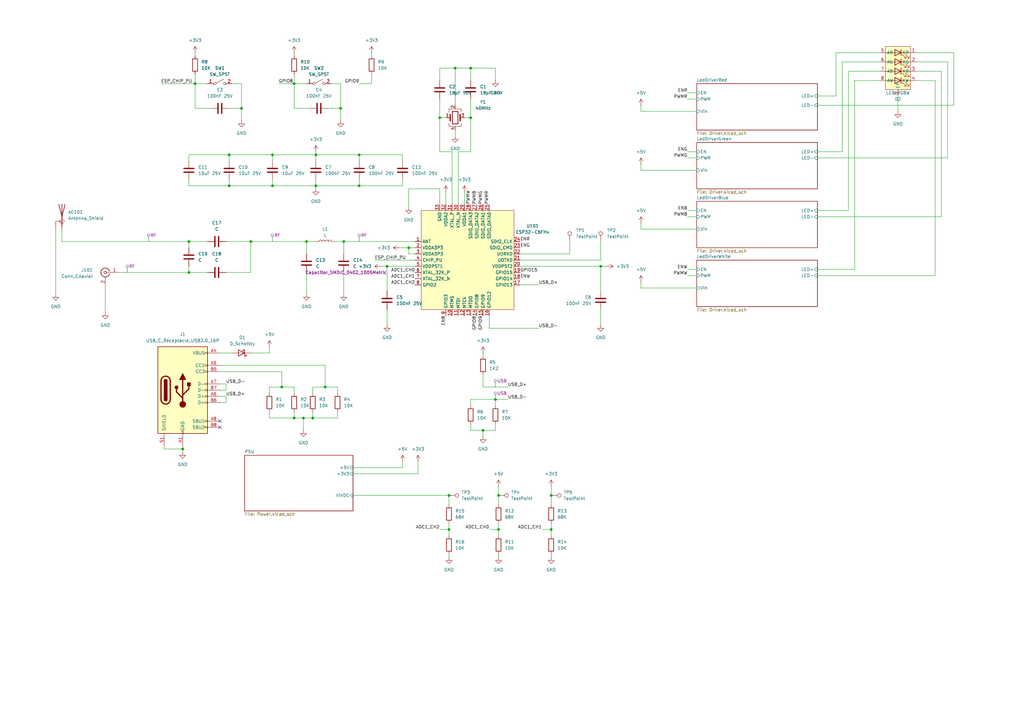
<source format=kicad_sch>
(kicad_sch (version 20250114) (generator "eeschema") (generator_version "9.0")
  (paper "A3")
  (lib_symbols
    (symbol "1CustomSymbols:LED_RGBW_8P"
      (property "Reference" "D" (at 0 12.446 0))
      (property "Value" "LED_RGBW" (at -0.508 10.414 0))
      (symbol "LED_RGBW_8P_1_1"
        (pin passive line (at -7.62 6.35 0) (length 2.54) (name "KR") (number "1"))
        (pin passive line (at -7.62 2.54 0) (length 2.54) (name "KG") (number "2"))
        (pin passive line (at -7.62 -1.27 0) (length 2.54) (name "KB") (number "3"))
        (pin passive line (at -7.62 -5.08 0) (length 2.54) (name "KW") (number "4"))
        (pin input line (at 0 -11.43 90) (length 2.54) (name "EP") (number "9"))
        (pin passive line (at 7.62 6.35 180) (length 2.54) (name "AR") (number "5"))
        (pin passive line (at 7.62 2.54 180) (length 2.54) (name "AG") (number "6"))
        (pin passive line (at 7.62 -1.27 180) (length 2.54) (name "AB") (number "7"))
        (pin passive line (at 7.62 -5.08 180) (length 2.54) (name "AW") (number "8"))
      )
    )
    (symbol "Connector:Conn_Coaxial" (pin_names (offset 1.016) (hide yes))
      (property "Reference" "J" (at 0.254 3.048 0))
      (property "Value" "Conn_Coaxial" (at 2.921 0 90))
      (symbol "Conn_Coaxial_1_1"
        (pin passive line (at -5.08 0 0) (length 2.54) (name "In") (number "1"))
        (pin passive line (at 0 -5.08 90) (length 2.54) (name "Ext") (number "2"))
      )
    )
    (symbol "Connector:TestPoint" (pin_numbers (hide yes)) (pin_names (offset 0.762) (hide yes))
      (property "Reference" "TP" (at 0 6.858 0))
      (property "Value" "TestPoint" (at 0 5.08 0))
      (symbol "TestPoint_1_1"
        (pin passive line (at 0 0 90) (length 2.54) (name "1") (number "1"))
      )
    )
    (symbol "Connector:USB_C_Receptacle_USB2.0_16P" (pin_names (offset 1.016))
      (property "Reference" "J" (at 0 22.225 0))
      (property "Value" "USB_C_Receptacle_USB2.0_16P" (at 0 19.685 0))
      (symbol "USB_C_Receptacle_USB2.0_16P_1_1"
        (pin passive line (at -7.62 -22.86 90) (length 5.08) (name "SHIELD") (number "S1"))
        (pin passive line (at 0 -22.86 90) (length 5.08) (name "GND") (number "A1"))
        (pin passive line (at 0 -22.86 90) (length 5.08) (hide yes) (name "GND") (number "A12"))
        (pin passive line (at 0 -22.86 90) (length 5.08) (hide yes) (name "GND") (number "B1"))
        (pin passive line (at 0 -22.86 90) (length 5.08) (hide yes) (name "GND") (number "B12"))
        (pin passive line (at 15.24 15.24 180) (length 5.08) (name "VBUS") (number "A4"))
        (pin passive line (at 15.24 15.24 180) (length 5.08) (hide yes) (name "VBUS") (number "A9"))
        (pin passive line (at 15.24 15.24 180) (length 5.08) (hide yes) (name "VBUS") (number "B4"))
        (pin passive line (at 15.24 15.24 180) (length 5.08) (hide yes) (name "VBUS") (number "B9"))
        (pin bidirectional line (at 15.24 10.16 180) (length 5.08) (name "CC1") (number "A5"))
        (pin bidirectional line (at 15.24 7.62 180) (length 5.08) (name "CC2") (number "B5"))
        (pin bidirectional line (at 15.24 2.54 180) (length 5.08) (name "D-") (number "A7"))
        (pin bidirectional line (at 15.24 0 180) (length 5.08) (name "D-") (number "B7"))
        (pin bidirectional line (at 15.24 -2.54 180) (length 5.08) (name "D+") (number "A6"))
        (pin bidirectional line (at 15.24 -5.08 180) (length 5.08) (name "D+") (number "B6"))
        (pin bidirectional line (at 15.24 -12.7 180) (length 5.08) (name "SBU1") (number "A8"))
        (pin bidirectional line (at 15.24 -15.24 180) (length 5.08) (name "SBU2") (number "B8"))
      )
    )
    (symbol "Device:Antenna_Shield" (pin_numbers (hide yes)) (pin_names (offset 1.016) (hide yes))
      (property "Reference" "AE" (at -1.905 4.445 0))
      (property "Value" "Antenna_Shield" (at -1.905 2.54 0))
      (symbol "Antenna_Shield_1_1"
        (pin input line (at 0 -5.08 90) (length 2.54) (name "A") (number "1"))
        (pin input line (at 2.54 -5.08 90) (length 2.54) (name "Shield") (number "2"))
      )
    )
    (symbol "Device:C" (pin_numbers (hide yes)) (pin_names (offset 0.254))
      (property "Reference" "C" (at 0.635 2.54 0))
      (property "Value" "C" (at 0.635 -2.54 0))
      (symbol "C_1_1"
        (pin passive line (at 0 3.81 270) (length 2.794) (name "~") (number "1"))
        (pin passive line (at 0 -3.81 90) (length 2.794) (name "~") (number "2"))
      )
    )
    (symbol "Device:Crystal_GND24" (pin_names (offset 1.016) (hide yes))
      (property "Reference" "Y" (at 3.175 5.08 0))
      (property "Value" "Crystal_GND24" (at 3.175 3.175 0))
      (symbol "Crystal_GND24_1_1"
        (pin passive line (at -3.81 0 0) (length 1.27) (name "1") (number "1"))
        (pin passive line (at 0 5.08 270) (length 1.27) (name "2") (number "2"))
        (pin passive line (at 0 -5.08 90) (length 1.27) (name "4") (number "4"))
        (pin passive line (at 3.81 0 180) (length 1.27) (name "3") (number "3"))
      )
    )
    (symbol "Device:D_Schottky" (pin_numbers (hide yes)) (pin_names (offset 1.016) (hide yes))
      (property "Reference" "D" (at 0 2.54 0))
      (property "Value" "D_Schottky" (at 0 -2.54 0))
      (symbol "D_Schottky_1_1"
        (pin passive line (at -3.81 0 0) (length 2.54) (name "K") (number "1"))
        (pin passive line (at 3.81 0 180) (length 2.54) (name "A") (number "2"))
      )
    )
    (symbol "Device:L" (pin_numbers (hide yes)) (pin_names (offset 1.016) (hide yes))
      (property "Reference" "L" (at -1.27 0 90))
      (property "Value" "L" (at 1.905 0 90))
      (symbol "L_1_1"
        (pin passive line (at 0 3.81 270) (length 1.27) (name "1") (number "1"))
        (pin passive line (at 0 -3.81 90) (length 1.27) (name "2") (number "2"))
      )
    )
    (symbol "Device:R" (pin_numbers (hide yes)) (pin_names (offset 0))
      (property "Reference" "R" (at 2.032 0 90))
      (property "Value" "R" (at 0 0 90))
      (symbol "R_1_1"
        (pin passive line (at 0 3.81 270) (length 1.27) (name "~") (number "1"))
        (pin passive line (at 0 -3.81 90) (length 1.27) (name "~") (number "2"))
      )
    )
    (symbol "Switch:SW_SPST" (pin_names (offset 0) (hide yes))
      (property "Reference" "SW" (at 0 3.175 0))
      (property "Value" "SW_SPST" (at 0 -2.54 0))
      (symbol "SW_SPST_1_1"
        (pin passive line (at -5.08 0 0) (length 2.54) (name "A") (number "1"))
        (pin passive line (at 5.08 0 180) (length 2.54) (name "B") (number "2"))
      )
    )
    (symbol "customFootprints:ESP32-C6FHx"
      (property "Reference" "U" (at -21.59 7.62 0))
      (property "Value" "ESP32-C6FHx" (at 0 0 0))
      (symbol "ESP32-C6FHx_0_0"
        (pin bidirectional line (at -21.59 7.62 0) (length 2.54) (name "ANT") (number "1"))
        (pin power_in line (at -21.59 5.08 0) (length 2.54) (name "VDDA3P3") (number "2"))
        (pin power_in line (at -21.59 2.54 0) (length 2.54) (name "VDDA3P3") (number "3"))
        (pin input line (at -21.59 0 0) (length 2.54) (name "CHIP_PU") (number "4"))
        (pin power_in line (at -21.59 -2.54 0) (length 2.54) (name "VDDPST1") (number "5"))
        (pin passive line (at -21.59 -5.08 0) (length 2.54) (name "XTAL_32K_P") (number "6"))
        (pin passive line (at -21.59 -7.62 0) (length 2.54) (name "XTAL_32K_N") (number "7"))
        (pin bidirectional line (at -21.59 -10.16 0) (length 2.54) (name "GPIO2") (number "8"))
        (pin power_in line (at -11.43 22.86 270) (length 2.54) (name "GND") (number "33"))
        (pin power_in line (at -8.89 22.86 270) (length 2.54) (name "VDDA2") (number "32"))
        (pin bidirectional line (at -8.89 -22.86 90) (length 2.54) (name "GPIO3") (number "9"))
        (pin passive line (at -6.35 22.86 270) (length 2.54) (name "XTAL_P") (number "31"))
        (pin bidirectional line (at -6.35 -22.86 90) (length 2.54) (name "MTMS") (number "10"))
        (pin passive line (at -3.81 22.86 270) (length 2.54) (name "XTAL_N") (number "30"))
        (pin bidirectional line (at -3.81 -22.86 90) (length 2.54) (name "MTDI") (number "11"))
        (pin power_in line (at -1.27 22.86 270) (length 2.54) (name "VDDA1") (number "29"))
        (pin bidirectional line (at -1.27 -22.86 90) (length 2.54) (name "MTCk") (number "12"))
        (pin bidirectional line (at 1.27 22.86 270) (length 2.54) (name "SDIO_DATA3") (number "28"))
        (pin bidirectional line (at 1.27 -22.86 90) (length 2.54) (name "MTDO") (number "13"))
        (pin bidirectional line (at 3.81 22.86 270) (length 2.54) (name "SDIO_DATA2") (number "27"))
        (pin bidirectional line (at 3.81 -22.86 90) (length 2.54) (name "GPIO8") (number "14"))
        (pin bidirectional line (at 6.35 22.86 270) (length 2.54) (name "SDIO_DATA1") (number "26"))
        (pin bidirectional line (at 6.35 -22.86 90) (length 2.54) (name "GPIO9") (number "15"))
        (pin bidirectional line (at 8.89 22.86 270) (length 2.54) (name "SDIO_DATA0") (number "25"))
        (pin bidirectional line (at 8.89 -22.86 90) (length 2.54) (name "GPIO12") (number "16"))
        (pin bidirectional line (at 21.59 7.62 180) (length 2.54) (name "SDIO_CLK") (number "24"))
        (pin bidirectional line (at 21.59 5.08 180) (length 2.54) (name "SDIO_CMD") (number "23"))
        (pin input line (at 21.59 2.54 180) (length 2.54) (name "UORXD") (number "22"))
        (pin output line (at 21.59 0 180) (length 2.54) (name "UOTXD") (number "21"))
        (pin power_in line (at 21.59 -2.54 180) (length 2.54) (name "VDDPST2") (number "20"))
        (pin bidirectional line (at 21.59 -5.08 180) (length 2.54) (name "GPIO15") (number "19"))
        (pin bidirectional line (at 21.59 -7.62 180) (length 2.54) (name "GPIO14") (number "18"))
        (pin bidirectional line (at 21.59 -10.16 180) (length 2.54) (name "GPIO13") (number "17"))
      )
    )
    (symbol "power:+3V3" (power) (pin_numbers (hide yes)) (pin_names (offset 0) (hide yes))
      (property "Value" "+3V3" (at 0 3.556 0))
      (symbol "+3V3_1_1"
        (pin power_in line (at 0 0 90) (length 0) (name "~") (number "1"))
      )
    )
    (symbol "power:+5V" (power) (pin_numbers (hide yes)) (pin_names (offset 0) (hide yes))
      (property "Value" "+5V" (at 0 3.556 0))
      (symbol "+5V_1_1"
        (pin power_in line (at 0 0 90) (length 0) (name "~") (number "1"))
      )
    )
    (symbol "power:GND" (power) (pin_numbers (hide yes)) (pin_names (offset 0) (hide yes))
      (property "Value" "GND" (at 0 -3.81 0))
      (symbol "GND_1_1"
        (pin power_in line (at 0 0 270) (length 0) (name "~") (number "1"))
      )
    )
  )
  (junction (at 74.93 184.15))
  (junction (at 129.54 76.2))
  (junction (at 133.35 158.75))
  (junction (at 226.06 203.2))
  (junction (at 80.01 34.29))
  (junction (at 204.47 203.2))
  (junction (at 120.65 171.45))
  (junction (at 125.73 99.06))
  (junction (at 120.65 34.29))
  (junction (at 158.75 109.22))
  (junction (at 139.7 44.45))
  (junction (at 93.98 76.2))
  (junction (at 193.04 48.26))
  (junction (at 99.06 44.45))
  (junction (at 111.76 63.5))
  (junction (at 226.06 217.17))
  (junction (at 115.57 158.75))
  (junction (at 77.47 99.06))
  (junction (at 102.87 99.06))
  (junction (at 184.15 217.17))
  (junction (at 129.54 63.5))
  (junction (at 147.32 76.2))
  (junction (at 77.47 111.76))
  (junction (at 193.04 27.94))
  (junction (at 111.76 76.2))
  (junction (at 184.15 203.2))
  (junction (at 128.27 171.45))
  (junction (at 204.47 217.17))
  (junction (at 124.46 171.45))
  (junction (at 147.32 63.5))
  (junction (at 140.97 99.06))
  (junction (at 246.38 109.22))
  (junction (at 180.34 48.26))
  (junction (at 167.64 101.6))
  (junction (at 93.98 63.5))
  (junction (at 186.69 27.94))
  (junction (at 198.12 176.53))
  (junction (at 203.2 163.83))
  (no_connect (at 90.17 175.26))
  (no_connect (at 90.17 172.72))
  (wire (pts (xy 281.94 38.1) (xy 285.75 38.1)))
  (wire (pts (xy 124.46 176.53) (xy 124.46 171.45)))
  (wire (pts (xy 193.04 176.53) (xy 193.04 173.99)))
  (wire (pts (xy 120.65 171.45) (xy 124.46 171.45)))
  (wire (pts (xy 133.35 149.86) (xy 133.35 158.75)))
  (wire (pts (xy 125.73 99.06) (xy 129.54 99.06)))
  (wire (pts (xy 213.36 116.84) (xy 220.98 116.84)))
  (wire (pts (xy 335.28 64.77) (xy 388.62 64.77)))
  (wire (pts (xy 92.71 160.02) (xy 90.17 160.02)))
  (wire (pts (xy 222.25 217.17) (xy 226.06 217.17)))
  (wire (pts (xy 67.31 182.88) (xy 67.31 184.15)))
  (wire (pts (xy 128.27 158.75) (xy 133.35 158.75)))
  (wire (pts (xy 115.57 158.75) (xy 120.65 158.75)))
  (wire (pts (xy 165.1 73.66) (xy 165.1 76.2)))
  (wire (pts (xy 391.16 43.18) (xy 335.28 43.18)))
  (wire (pts (xy 193.04 27.94) (xy 193.04 33.02)))
  (wire (pts (xy 248.92 109.22) (xy 246.38 109.22)))
  (wire (pts (xy 375.92 21.59) (xy 391.16 21.59)))
  (wire (pts (xy 383.54 113.03) (xy 383.54 33.02)))
  (wire (pts (xy 153.67 106.68) (xy 170.18 106.68)))
  (wire (pts (xy 262.89 67.31) (xy 262.89 69.85)))
  (wire (pts (xy 203.2 176.53) (xy 198.12 176.53)))
  (wire (pts (xy 246.38 119.38) (xy 246.38 109.22)))
  (wire (pts (xy 246.38 106.68) (xy 213.36 106.68)))
  (wire (pts (xy 203.2 27.94) (xy 193.04 27.94)))
  (wire (pts (xy 193.04 40.64) (xy 193.04 48.26)))
  (wire (pts (xy 120.65 44.45) (xy 120.65 34.29)))
  (wire (pts (xy 180.34 40.64) (xy 180.34 48.26)))
  (wire (pts (xy 342.9 21.59) (xy 360.68 21.59)))
  (wire (pts (xy 187.96 62.23) (xy 193.04 62.23)))
  (wire (pts (xy 144.78 203.2) (xy 184.15 203.2)))
  (wire (pts (xy 386.08 88.9) (xy 386.08 29.21)))
  (wire (pts (xy 111.76 63.5) (xy 129.54 63.5)))
  (wire (pts (xy 67.31 184.15) (xy 74.93 184.15)))
  (wire (pts (xy 80.01 44.45) (xy 80.01 34.29)))
  (wire (pts (xy 226.06 199.39) (xy 226.06 203.2)))
  (wire (pts (xy 139.7 34.29) (xy 139.7 44.45)))
  (wire (pts (xy 262.89 45.72) (xy 262.89 43.18)))
  (wire (pts (xy 170.18 101.6) (xy 167.64 101.6)))
  (wire (pts (xy 90.17 144.78) (xy 95.25 144.78)))
  (wire (pts (xy 185.42 83.82) (xy 185.42 62.23)))
  (wire (pts (xy 77.47 99.06) (xy 77.47 101.6)))
  (wire (pts (xy 180.34 33.02) (xy 180.34 27.94)))
  (wire (pts (xy 111.76 63.5) (xy 111.76 66.04)))
  (wire (pts (xy 140.97 111.76) (xy 140.97 120.65)))
  (wire (pts (xy 335.28 113.03) (xy 383.54 113.03)))
  (wire (pts (xy 208.28 163.83) (xy 203.2 163.83)))
  (wire (pts (xy 347.98 29.21) (xy 360.68 29.21)))
  (wire (pts (xy 138.43 171.45) (xy 138.43 168.91)))
  (wire (pts (xy 111.76 76.2) (xy 111.76 73.66)))
  (wire (pts (xy 110.49 171.45) (xy 110.49 168.91)))
  (wire (pts (xy 171.45 189.23) (xy 171.45 194.31)))
  (wire (pts (xy 391.16 21.59) (xy 391.16 43.18)))
  (wire (pts (xy 92.71 165.1) (xy 90.17 165.1)))
  (wire (pts (xy 102.87 99.06) (xy 102.87 111.76)))
  (wire (pts (xy 120.65 30.48) (xy 120.65 34.29)))
  (wire (pts (xy 226.06 214.63) (xy 226.06 217.17)))
  (wire (pts (xy 200.66 129.54) (xy 200.66 134.62)))
  (wire (pts (xy 350.52 33.02) (xy 360.68 33.02)))
  (wire (pts (xy 120.65 171.45) (xy 120.65 168.91)))
  (wire (pts (xy 167.64 104.14) (xy 170.18 104.14)))
  (wire (pts (xy 128.27 158.75) (xy 128.27 161.29)))
  (wire (pts (xy 48.26 111.76) (xy 77.47 111.76)))
  (wire (pts (xy 204.47 217.17) (xy 204.47 219.71)))
  (wire (pts (xy 147.32 63.5) (xy 147.32 66.04)))
  (wire (pts (xy 90.17 149.86) (xy 133.35 149.86)))
  (wire (pts (xy 156.21 109.22) (xy 158.75 109.22)))
  (wire (pts (xy 99.06 34.29) (xy 99.06 44.45)))
  (wire (pts (xy 102.87 99.06) (xy 125.73 99.06)))
  (wire (pts (xy 186.69 53.34) (xy 186.69 55.88)))
  (wire (pts (xy 125.73 99.06) (xy 125.73 104.14)))
  (wire (pts (xy 134.62 44.45) (xy 139.7 44.45)))
  (wire (pts (xy 137.16 99.06) (xy 140.97 99.06)))
  (wire (pts (xy 262.89 69.85) (xy 285.75 69.85)))
  (wire (pts (xy 198.12 176.53) (xy 193.04 176.53)))
  (wire (pts (xy 92.71 162.56) (xy 92.71 165.1)))
  (wire (pts (xy 66.04 34.29) (xy 80.01 34.29)))
  (wire (pts (xy 77.47 109.22) (xy 77.47 111.76)))
  (wire (pts (xy 213.36 109.22) (xy 246.38 109.22)))
  (wire (pts (xy 193.04 163.83) (xy 193.04 166.37)))
  (wire (pts (xy 203.2 173.99) (xy 203.2 176.53)))
  (wire (pts (xy 180.34 48.26) (xy 180.34 62.23)))
  (wire (pts (xy 203.2 163.83) (xy 203.2 166.37)))
  (wire (pts (xy 204.47 214.63) (xy 204.47 217.17)))
  (wire (pts (xy 388.62 64.77) (xy 388.62 25.4)))
  (wire (pts (xy 285.75 93.98) (xy 262.89 93.98)))
  (wire (pts (xy 147.32 76.2) (xy 147.32 73.66)))
  (wire (pts (xy 144.78 191.77) (xy 165.1 191.77)))
  (wire (pts (xy 77.47 63.5) (xy 93.98 63.5)))
  (wire (pts (xy 167.64 101.6) (xy 167.64 104.14)))
  (wire (pts (xy 193.04 62.23) (xy 193.04 48.26)))
  (wire (pts (xy 95.25 34.29) (xy 99.06 34.29)))
  (wire (pts (xy 185.42 62.23) (xy 180.34 62.23)))
  (wire (pts (xy 281.94 40.64) (xy 285.75 40.64)))
  (wire (pts (xy 135.89 34.29) (xy 139.7 34.29)))
  (wire (pts (xy 93.98 76.2) (xy 93.98 73.66)))
  (wire (pts (xy 43.18 116.84) (xy 43.18 128.27)))
  (wire (pts (xy 190.5 78.74) (xy 190.5 83.82)))
  (wire (pts (xy 120.65 21.59) (xy 120.65 22.86)))
  (wire (pts (xy 158.75 119.38) (xy 158.75 109.22)))
  (wire (pts (xy 226.06 217.17) (xy 226.06 219.71)))
  (wire (pts (xy 165.1 66.04) (xy 165.1 63.5)))
  (wire (pts (xy 93.98 76.2) (xy 111.76 76.2)))
  (wire (pts (xy 180.34 48.26) (xy 182.88 48.26)))
  (wire (pts (xy 187.96 83.82) (xy 187.96 62.23)))
  (wire (pts (xy 133.35 158.75) (xy 138.43 158.75)))
  (wire (pts (xy 281.94 110.49) (xy 285.75 110.49)))
  (wire (pts (xy 77.47 73.66) (xy 77.47 76.2)))
  (wire (pts (xy 368.3 39.37) (xy 368.3 45.72)))
  (wire (pts (xy 125.73 111.76) (xy 125.73 120.65)))
  (wire (pts (xy 165.1 76.2) (xy 147.32 76.2)))
  (wire (pts (xy 129.54 76.2) (xy 147.32 76.2)))
  (wire (pts (xy 281.94 62.23) (xy 285.75 62.23)))
  (wire (pts (xy 193.04 48.26) (xy 190.5 48.26)))
  (wire (pts (xy 342.9 39.37) (xy 342.9 21.59)))
  (wire (pts (xy 111.76 76.2) (xy 129.54 76.2)))
  (wire (pts (xy 198.12 144.78) (xy 198.12 146.05)))
  (wire (pts (xy 74.93 182.88) (xy 74.93 184.15)))
  (wire (pts (xy 114.3 34.29) (xy 120.65 34.29)))
  (wire (pts (xy 208.28 158.75) (xy 198.12 158.75)))
  (wire (pts (xy 347.98 86.36) (xy 347.98 29.21)))
  (wire (pts (xy 129.54 63.5) (xy 129.54 66.04)))
  (wire (pts (xy 204.47 203.2) (xy 204.47 207.01)))
  (wire (pts (xy 74.93 184.15) (xy 74.93 185.42)))
  (wire (pts (xy 200.66 134.62) (xy 220.98 134.62)))
  (wire (pts (xy 147.32 34.29) (xy 152.4 34.29)))
  (wire (pts (xy 120.65 34.29) (xy 125.73 34.29)))
  (wire (pts (xy 165.1 63.5) (xy 147.32 63.5)))
  (wire (pts (xy 281.94 64.77) (xy 285.75 64.77)))
  (wire (pts (xy 92.71 111.76) (xy 102.87 111.76)))
  (wire (pts (xy 22.86 93.98) (xy 22.86 120.65)))
  (wire (pts (xy 180.34 217.17) (xy 184.15 217.17)))
  (wire (pts (xy 92.71 157.48) (xy 92.71 160.02)))
  (wire (pts (xy 345.44 62.23) (xy 345.44 25.4)))
  (wire (pts (xy 246.38 127) (xy 246.38 133.35)))
  (wire (pts (xy 388.62 25.4) (xy 375.92 25.4)))
  (wire (pts (xy 281.94 88.9) (xy 285.75 88.9)))
  (wire (pts (xy 285.75 45.72) (xy 262.89 45.72)))
  (wire (pts (xy 335.28 88.9) (xy 386.08 88.9)))
  (wire (pts (xy 25.4 99.06) (xy 77.47 99.06)))
  (wire (pts (xy 85.09 99.06) (xy 77.47 99.06)))
  (wire (pts (xy 152.4 21.59) (xy 152.4 22.86)))
  (wire (pts (xy 281.94 86.36) (xy 285.75 86.36)))
  (wire (pts (xy 180.34 77.47) (xy 167.64 77.47)))
  (wire (pts (xy 102.87 144.78) (xy 110.49 144.78)))
  (wire (pts (xy 163.83 101.6) (xy 167.64 101.6)))
  (wire (pts (xy 158.75 127) (xy 158.75 133.35)))
  (wire (pts (xy 186.69 27.94) (xy 193.04 27.94)))
  (wire (pts (xy 246.38 99.06) (xy 246.38 106.68)))
  (wire (pts (xy 93.98 63.5) (xy 111.76 63.5)))
  (wire (pts (xy 120.65 158.75) (xy 120.65 161.29)))
  (wire (pts (xy 262.89 93.98) (xy 262.89 91.44)))
  (wire (pts (xy 144.78 194.31) (xy 171.45 194.31)))
  (wire (pts (xy 138.43 158.75) (xy 138.43 161.29)))
  (wire (pts (xy 99.06 44.45) (xy 99.06 49.53)))
  (wire (pts (xy 281.94 113.03) (xy 285.75 113.03)))
  (wire (pts (xy 128.27 171.45) (xy 128.27 168.91)))
  (wire (pts (xy 226.06 227.33) (xy 226.06 228.6)))
  (wire (pts (xy 124.46 171.45) (xy 128.27 171.45)))
  (wire (pts (xy 203.2 163.83) (xy 193.04 163.83)))
  (wire (pts (xy 110.49 158.75) (xy 115.57 158.75)))
  (wire (pts (xy 184.15 214.63) (xy 184.15 217.17)))
  (wire (pts (xy 383.54 33.02) (xy 375.92 33.02)))
  (wire (pts (xy 186.69 27.94) (xy 186.69 43.18)))
  (wire (pts (xy 226.06 203.2) (xy 226.06 207.01)))
  (wire (pts (xy 93.98 63.5) (xy 93.98 66.04)))
  (wire (pts (xy 129.54 76.2) (xy 129.54 77.47)))
  (wire (pts (xy 335.28 62.23) (xy 345.44 62.23)))
  (wire (pts (xy 204.47 199.39) (xy 204.47 203.2)))
  (wire (pts (xy 86.36 44.45) (xy 80.01 44.45)))
  (wire (pts (xy 140.97 104.14) (xy 140.97 99.06)))
  (wire (pts (xy 180.34 83.82) (xy 180.34 77.47)))
  (wire (pts (xy 77.47 76.2) (xy 93.98 76.2)))
  (wire (pts (xy 110.49 158.75) (xy 110.49 161.29)))
  (wire (pts (xy 80.01 21.59) (xy 80.01 22.86)))
  (wire (pts (xy 25.4 99.06) (xy 25.4 93.98)))
  (wire (pts (xy 110.49 171.45) (xy 120.65 171.45)))
  (wire (pts (xy 350.52 110.49) (xy 350.52 33.02)))
  (wire (pts (xy 198.12 176.53) (xy 198.12 179.07)))
  (wire (pts (xy 165.1 189.23) (xy 165.1 191.77)))
  (wire (pts (xy 90.17 162.56) (xy 92.71 162.56)))
  (wire (pts (xy 129.54 76.2) (xy 129.54 73.66)))
  (wire (pts (xy 80.01 30.48) (xy 80.01 34.29)))
  (wire (pts (xy 184.15 227.33) (xy 184.15 228.6)))
  (wire (pts (xy 115.57 152.4) (xy 115.57 158.75)))
  (wire (pts (xy 335.28 86.36) (xy 347.98 86.36)))
  (wire (pts (xy 128.27 171.45) (xy 138.43 171.45)))
  (wire (pts (xy 129.54 63.5) (xy 147.32 63.5)))
  (wire (pts (xy 233.68 104.14) (xy 233.68 99.06)))
  (wire (pts (xy 204.47 227.33) (xy 204.47 228.6)))
  (wire (pts (xy 184.15 217.17) (xy 184.15 219.71)))
  (wire (pts (xy 167.64 77.47) (xy 167.64 85.09)))
  (wire (pts (xy 213.36 104.14) (xy 233.68 104.14)))
  (wire (pts (xy 77.47 111.76) (xy 85.09 111.76)))
  (wire (pts (xy 335.28 110.49) (xy 350.52 110.49)))
  (wire (pts (xy 203.2 33.02) (xy 203.2 27.94)))
  (wire (pts (xy 184.15 203.2) (xy 184.15 207.01)))
  (wire (pts (xy 262.89 118.11) (xy 262.89 115.57)))
  (wire (pts (xy 198.12 158.75) (xy 198.12 153.67)))
  (wire (pts (xy 77.47 66.04) (xy 77.47 63.5)))
  (wire (pts (xy 80.01 34.29) (xy 85.09 34.29)))
  (wire (pts (xy 140.97 99.06) (xy 170.18 99.06)))
  (wire (pts (xy 152.4 34.29) (xy 152.4 30.48)))
  (wire (pts (xy 285.75 118.11) (xy 262.89 118.11)))
  (wire (pts (xy 375.92 29.21) (xy 386.08 29.21)))
  (wire (pts (xy 93.98 44.45) (xy 99.06 44.45)))
  (wire (pts (xy 90.17 152.4) (xy 115.57 152.4)))
  (wire (pts (xy 92.71 99.06) (xy 102.87 99.06)))
  (wire (pts (xy 335.28 39.37) (xy 342.9 39.37)))
  (wire (pts (xy 129.54 62.23) (xy 129.54 63.5)))
  (wire (pts (xy 182.88 78.74) (xy 182.88 83.82)))
  (wire (pts (xy 90.17 157.48) (xy 92.71 157.48)))
  (wire (pts (xy 139.7 44.45) (xy 139.7 49.53)))
  (wire (pts (xy 158.75 109.22) (xy 170.18 109.22)))
  (wire (pts (xy 110.49 144.78) (xy 110.49 142.24)))
  (wire (pts (xy 345.44 25.4) (xy 360.68 25.4)))
  (wire (pts (xy 200.66 217.17) (xy 204.47 217.17)))
  (wire (pts (xy 180.34 27.94) (xy 186.69 27.94)))
  (wire (pts (xy 127 44.45) (xy 120.65 44.45)))
  (label "GPIO9" (at 147.32 34.29 180))
  (label "ADC1_CH2" (at 180.34 217.17 180))
  (label "ESP_CHIP_PU" (at 66.04 34.29 0))
  (label "GPIO9" (at 198.12 129.54 270))
  (label "USB_D-" (at 220.98 134.62 0))
  (label "GPIO15" (at 213.36 111.76 0))
  (label "ENB" (at 281.94 86.36 180))
  (label "PWMG" (at 281.94 64.77 180))
  (label "ADC1_CH0" (at 170.18 111.76 180))
  (label "PWMW" (at 193.04 83.82 90))
  (label "ENG" (at 213.36 101.6 0))
  (label "ENW" (at 213.36 114.3 0))
  (label "ADC1_CH1" (at 222.25 217.17 180))
  (label "ENW" (at 281.94 110.49 180))
  (label "ENB" (at 182.88 129.54 270))
  (label "USB_D-" (at 92.71 157.48 0))
  (label "PWMB" (at 281.94 88.9 180))
  (label "GPIO8" (at 195.58 129.54 270))
  (label "PWMB" (at 195.58 83.82 90))
  (label "PWMR" (at 281.94 40.64 180))
  (label "USB_D+" (at 208.28 158.75 0))
  (label "ENR" (at 281.94 38.1 180))
  (label "GPIO8" (at 114.3 34.29 0))
  (label "ADC1_CH1" (at 170.18 114.3 180))
  (label "ENG" (at 281.94 62.23 180))
  (label "ESP_CHIP_PU" (at 153.67 106.68 0))
  (label "PWMW" (at 281.94 113.03 180))
  (label "USB_D-" (at 208.28 163.83 0))
  (label "ENR" (at 213.36 99.06 0))
  (label "USB_D+" (at 92.71 162.56 0))
  (label "PWMG" (at 198.12 83.82 90))
  (label "ADC1_CH2" (at 170.18 116.84 180))
  (label "USB_D+" (at 220.98 116.84 0))
  (label "ADC1_CH0" (at 200.66 217.17 180))
  (label "PWMR" (at 200.66 83.82 90))
  (netclass_flag "" (length 2.54) (shape round) (at 52.2035 111.76 0) (property "Netclass" "RF" (at 52.902 109.22 0) (effects (justify left))))
  (netclass_flag "" (length 2.54) (shape round) (at 147.32 99.06 0) (property "Netclass" "RF" (at 148.0185 96.52 0) (effects (justify left))))
  (netclass_flag "" (length 2.54) (shape round) (at 111.76 99.06 0) (property "Netclass" "RF" (at 112.4585 96.52 0) (effects (justify left))))
  (netclass_flag "" (length 2.54) (shape round) (at 203.2 163.83 0) (property "Netclass" "USB" (at 203.8985 161.29 0) (effects (justify left))))
  (netclass_flag "" (length 2.54) (shape round) (at 60.96 99.06 0) (property "Netclass" "RF" (at 61.6585 96.52 0) (effects (justify left))))
  (netclass_flag "" (length 2.54) (shape round) (at 203.2 158.75 0) (property "Netclass" "USB" (at 203.8985 156.21 0) (effects (justify left))))
  (symbol (lib_id "Device:R") (at 204.47 210.82 180) (unit 1)
    (property "Reference" "R12" (at 207.01 209.5499 0) (effects (justify right)))
    (property "Value" "68K" (at 207.01 212.0899 0) (effects (justify right)))
    (property "Footprint" "Resistor_SMD:R_0402_1005Metric" (effects (hide yes)))
    (property "Description" "Resistor" (effects (hide yes)))
  )
  (symbol (lib_id "power:GND") (at 167.64 85.09 0) (unit 1)
    (property "Reference" "#PWR0107" (effects (hide yes)))
    (property "Value" "GND" (at 167.64 90.17 0))
    (property "Description" "Power symbol creates a global label with name \"GND\" , ground" (effects (hide yes)))
  )
  (symbol (lib_id "power:GND") (at 74.93 185.42 0) (unit 1)
    (property "Reference" "#PWR09" (effects (hide yes)))
    (property "Value" "GND" (at 74.93 190.5 0))
    (property "Description" "Power symbol creates a global label with name \"GND\" , ground" (effects (hide yes)))
  )
  (symbol (lib_id "power:+5V") (at 165.1 189.23 0) (unit 1)
    (property "Reference" "#PWR01" (effects (hide yes)))
    (property "Value" "+5V" (at 165.1 184.15 0))
    (property "Description" "Power symbol creates a global label with name \"+5V\"" (effects (hide yes)))
  )
  (symbol (lib_id "Connector:TestPoint") (at 233.68 99.06 0) (unit 1)
    (property "Reference" "TP1" (at 236.22 94.4879 0) (effects (justify left)))
    (property "Value" "TestPoint" (at 236.22 97.0279 0) (effects (justify left)))
    (property "Footprint" "TestPoint:TestPoint_Pad_D1.0mm" (effects (hide yes)))
    (property "Description" "test point" (effects (hide yes)))
  )
  (symbol (lib_id "Device:R") (at 120.65 165.1 180) (unit 1)
    (property "Reference" "R2" (at 123.19 163.8299 0) (effects (justify right)))
    (property "Value" "10K" (at 123.19 166.3699 0) (effects (justify right)))
    (property "Footprint" "Resistor_SMD:R_0402_1005Metric" (effects (hide yes)))
    (property "Description" "Resistor" (effects (hide yes)))
  )
  (symbol (lib_id "Device:C") (at 180.34 36.83 0) (unit 1)
    (property "Reference" "C2" (at 184.15 35.5599 0) (effects (justify left)))
    (property "Value" "18pF 50V" (at 184.15 38.0999 0) (effects (justify left)))
    (property "Footprint" "Capacitor_SMD:C_0402_1005Metric" (effects (hide yes)))
    (property "Description" "Unpolarized capacitor" (effects (hide yes)))
  )
  (symbol (lib_id "Device:C") (at 140.97 107.95 0) (unit 1)
    (property "Reference" "C14" (at 144.78 106.6799 0) (effects (justify left)))
    (property "Value" "C" (at 144.78 109.2199 0) (effects (justify left)))
    (property "Footprint" "Capacitor_SMD:C_0402_1005Metric" (at 141.9352 111.76 0))
    (property "Description" "Unpolarized capacitor" (effects (hide yes)))
  )
  (symbol (lib_id "power:+3V3") (at 171.45 189.23 0) (unit 1)
    (property "Reference" "#PWR02" (effects (hide yes)))
    (property "Value" "+3V3" (at 171.45 184.15 0))
    (property "Description" "Power symbol creates a global label with name \"+3V3\"" (effects (hide yes)))
  )
  (symbol (lib_id "Device:R") (at 184.15 223.52 180) (unit 1)
    (property "Reference" "R16" (at 186.69 222.2499 0) (effects (justify right)))
    (property "Value" "10K" (at 186.69 224.7899 0) (effects (justify right)))
    (property "Footprint" "Resistor_SMD:R_0402_1005Metric" (effects (hide yes)))
    (property "Description" "Resistor" (effects (hide yes)))
  )
  (symbol (lib_id "power:+3V3") (at 248.92 109.22 270) (mirror x) (unit 1)
    (property "Reference" "#PWR024" (effects (hide yes)))
    (property "Value" "+3V3" (at 252.73 109.2199 90) (effects (justify left)))
    (property "Description" "Power symbol creates a global label with name \"+3V3\"" (effects (hide yes)))
  )
  (symbol (lib_id "power:+3V3") (at 163.83 101.6 90) (unit 1)
    (property "Reference" "#PWR011" (effects (hide yes)))
    (property "Value" "+3V3" (at 160.02 101.5999 90) (effects (justify left)))
    (property "Description" "Power symbol creates a global label with name \"+3V3\"" (effects (hide yes)))
  )
  (symbol (lib_id "power:GND") (at 204.47 228.6 0) (unit 1)
    (property "Reference" "#PWR028" (effects (hide yes)))
    (property "Value" "GND" (at 204.47 233.68 0))
    (property "Description" "Power symbol creates a global label with name \"GND\" , ground" (effects (hide yes)))
  )
  (symbol (lib_id "Device:C") (at 125.73 107.95 0) (unit 1)
    (property "Reference" "C13" (at 129.54 106.6799 0) (effects (justify left)))
    (property "Value" "C" (at 129.54 109.2199 0) (effects (justify left)))
    (property "Footprint" "Capacitor_SMD:C_0402_1005Metric" (effects (hide yes)))
    (property "Description" "Unpolarized capacitor" (effects (hide yes)))
  )
  (symbol (lib_id "Connector:TestPoint") (at 204.47 203.2 270) (unit 1)
    (property "Reference" "TP4" (at 209.55 201.9299 90) (effects (justify left)))
    (property "Value" "TestPoint" (at 209.55 204.4699 90) (effects (justify left)))
    (property "Footprint" "TestPoint:TestPoint_Pad_D1.0mm" (effects (hide yes)))
    (property "Description" "test point" (effects (hide yes)))
  )
  (symbol (lib_id "Device:C") (at 158.75 123.19 0) (unit 1)
    (property "Reference" "C5" (at 162.56 121.9199 0) (effects (justify left)))
    (property "Value" "100nF 25V" (at 162.56 124.4599 0) (effects (justify left)))
    (property "Footprint" "Capacitor_SMD:C_0402_1005Metric" (effects (hide yes)))
    (property "Description" "Unpolarized capacitor" (effects (hide yes)))
  )
  (symbol (lib_id "Device:R") (at 110.49 165.1 180) (unit 1)
    (property "Reference" "R1" (at 113.03 163.8299 0) (effects (justify right)))
    (property "Value" "10K" (at 113.03 166.3699 0) (effects (justify right)))
    (property "Footprint" "Resistor_SMD:R_0402_1005Metric" (effects (hide yes)))
    (property "Description" "Resistor" (effects (hide yes)))
  )
  (symbol (lib_id "power:GND") (at 246.38 133.35 0) (mirror y) (unit 1)
    (property "Reference" "#PWR025" (effects (hide yes)))
    (property "Value" "GND" (at 246.38 138.43 0))
    (property "Description" "Power symbol creates a global label with name \"GND\" , ground" (effects (hide yes)))
  )
  (symbol (lib_id "Connector:TestPoint") (at 246.38 99.06 0) (unit 1)
    (property "Reference" "TP2" (at 248.92 94.4879 0) (effects (justify left)))
    (property "Value" "TestPoint" (at 248.92 97.0279 0) (effects (justify left)))
    (property "Footprint" "TestPoint:TestPoint_Pad_D1.0mm" (effects (hide yes)))
    (property "Description" "test point" (effects (hide yes)))
  )
  (symbol (lib_id "power:+3V3") (at 156.21 109.22 90) (unit 1)
    (property "Reference" "#PWR022" (effects (hide yes)))
    (property "Value" "+3V3" (at 152.4 109.2199 90) (effects (justify left)))
    (property "Description" "Power symbol creates a global label with name \"+3V3\"" (effects (hide yes)))
  )
  (symbol (lib_id "power:+3V3") (at 129.54 62.23 0) (unit 1)
    (property "Reference" "#PWR031" (effects (hide yes)))
    (property "Value" "+3V3" (at 129.54 57.15 0))
    (property "Description" "Power symbol creates a global label with name \"+3V3\"" (effects (hide yes)))
  )
  (symbol (lib_id "Device:Crystal_GND24") (at 186.69 48.26 0) (unit 1)
    (property "Reference" "Y1" (at 198.12 41.8398 0))
    (property "Value" "40MHz" (at 198.12 44.3798 0))
    (property "Footprint" "Crystal:Crystal_SMD_3225-4Pin_3.2x2.5mm_HandSoldering" (effects (hide yes)))
    (property "Description" "Four pin crystal, GND on pins 2 and 4" (effects (hide yes)))
    (property "MPN" "C37635388" (effects (hide yes)))
  )
  (symbol (lib_id "Device:C") (at 93.98 69.85 0) (unit 1)
    (property "Reference" "C10" (at 97.79 68.5799 0) (effects (justify left)))
    (property "Value" "10uF 25V" (at 97.79 71.1199 0) (effects (justify left)))
    (property "Footprint" "Capacitor_SMD:C_0805_2012Metric" (effects (hide yes)))
    (property "Description" "Unpolarized capacitor" (effects (hide yes)))
  )
  (symbol (lib_id "power:GND") (at 139.7 49.53 0) (unit 1)
    (property "Reference" "#PWR020" (effects (hide yes)))
    (property "Value" "GND" (at 139.7 54.61 0))
    (property "Description" "Power symbol creates a global label with name \"GND\" , ground" (effects (hide yes)))
  )
  (symbol (lib_id "power:+5V") (at 262.89 67.31 0) (unit 1)
    (property "Reference" "#PWR04" (effects (hide yes)))
    (property "Value" "+5V" (at 262.89 62.23 0))
    (property "Description" "Power symbol creates a global label with name \"+5V\"" (effects (hide yes)))
  )
  (symbol (lib_id "Device:C") (at 77.47 69.85 0) (unit 1)
    (property "Reference" "C11" (at 81.28 68.5799 0) (effects (justify left)))
    (property "Value" "10uF 25V" (at 81.28 71.1199 0) (effects (justify left)))
    (property "Footprint" "Capacitor_SMD:C_0805_2012Metric" (effects (hide yes)))
    (property "Description" "Unpolarized capacitor" (effects (hide yes)))
  )
  (symbol (lib_id "Device:R") (at 138.43 165.1 180) (unit 1)
    (property "Reference" "R4" (at 140.97 163.8299 0) (effects (justify right)))
    (property "Value" "10K" (at 140.97 166.3699 0) (effects (justify right)))
    (property "Footprint" "Resistor_SMD:R_0402_1005Metric" (effects (hide yes)))
    (property "Description" "Resistor" (effects (hide yes)))
  )
  (symbol (lib_id "Device:R") (at 226.06 210.82 180) (unit 1)
    (property "Reference" "R13" (at 228.6 209.5499 0) (effects (justify right)))
    (property "Value" "68K" (at 228.6 212.0899 0) (effects (justify right)))
    (property "Footprint" "Resistor_SMD:R_0402_1005Metric" (effects (hide yes)))
    (property "Description" "Resistor" (effects (hide yes)))
  )
  (symbol (lib_id "power:+5V") (at 204.47 199.39 0) (unit 1)
    (property "Reference" "#PWR026" (effects (hide yes)))
    (property "Value" "+5V" (at 204.47 194.31 0))
    (property "Description" "Power symbol creates a global label with name \"+5V\"" (effects (hide yes)))
  )
  (symbol (lib_id "power:GND") (at 99.06 49.53 0) (unit 1)
    (property "Reference" "#PWR018" (effects (hide yes)))
    (property "Value" "GND" (at 99.06 54.61 0))
    (property "Description" "Power symbol creates a global label with name \"GND\" , ground" (effects (hide yes)))
  )
  (symbol (lib_id "Device:C") (at 90.17 44.45 270) (unit 1)
    (property "Reference" "C3" (at 90.17 36.83 90))
    (property "Value" "100nF 25V" (at 90.17 39.37 90))
    (property "Footprint" "Capacitor_SMD:C_0402_1005Metric" (effects (hide yes)))
    (property "Description" "Unpolarized capacitor" (effects (hide yes)))
  )
  (symbol (lib_id "power:+5V") (at 262.89 43.18 0) (unit 1)
    (property "Reference" "#PWR03" (effects (hide yes)))
    (property "Value" "+5V" (at 262.89 38.1 0))
    (property "Description" "Power symbol creates a global label with name \"+5V\"" (effects (hide yes)))
  )
  (symbol (lib_id "power:GND") (at 198.12 179.07 0) (unit 1)
    (property "Reference" "#PWR012" (effects (hide yes)))
    (property "Value" "GND" (at 198.12 184.15 0))
    (property "Description" "Power symbol creates a global label with name \"GND\" , ground" (effects (hide yes)))
  )
  (symbol (lib_id "Device:R") (at 128.27 165.1 180) (unit 1)
    (property "Reference" "R3" (at 130.81 163.8299 0) (effects (justify right)))
    (property "Value" "10K" (at 130.81 166.3699 0) (effects (justify right)))
    (property "Footprint" "Resistor_SMD:R_0402_1005Metric" (effects (hide yes)))
    (property "Description" "Resistor" (effects (hide yes)))
  )
  (symbol (lib_id "Device:R") (at 203.2 170.18 180) (unit 1)
    (property "Reference" "R7" (at 205.74 168.9099 0) (effects (justify right)))
    (property "Value" "10K" (at 205.74 171.4499 0) (effects (justify right)))
    (property "Footprint" "Resistor_SMD:R_0402_1005Metric" (effects (hide yes)))
    (property "Description" "Resistor" (effects (hide yes)))
  )
  (symbol (lib_id "Switch:SW_SPST") (at 130.81 34.29 0) (unit 1)
    (property "Reference" "SW2" (at 130.81 27.94 0))
    (property "Value" "SW_SPST" (at 130.81 30.48 0))
    (property "Footprint" "1CustomFootprints:TS1101A26025" (effects (hide yes)))
    (property "Description" "Single Pole Single Throw (SPST) switch" (effects (hide yes)))
    (property "MPN" "GT-TC034A-H025-L1NB" (effects (hide yes)))
  )
  (symbol (lib_id "Device:R") (at 120.65 26.67 0) (unit 1)
    (property "Reference" "R10" (at 123.19 25.3999 0) (effects (justify left)))
    (property "Value" "10K" (at 123.19 27.9399 0) (effects (justify left)))
    (property "Footprint" "Resistor_SMD:R_0402_1005Metric" (effects (hide yes)))
    (property "Description" "Resistor" (effects (hide yes)))
  )
  (symbol (lib_id "Device:C") (at 246.38 123.19 0) (mirror y) (unit 1)
    (property "Reference" "C6" (at 242.57 121.9199 0) (effects (justify left)))
    (property "Value" "100nF 25V" (at 242.57 124.4599 0) (effects (justify left)))
    (property "Footprint" "Capacitor_SMD:C_0402_1005Metric" (effects (hide yes)))
    (property "Description" "Unpolarized capacitor" (effects (hide yes)))
  )
  (symbol (lib_id "Device:D_Schottky") (at 99.06 144.78 180) (unit 1)
    (property "Reference" "D1" (at 99.3775 138.43 0))
    (property "Value" "D_Schottky" (at 99.3775 140.97 0))
    (property "Footprint" "Diode_SMD:D_SOD-110" (effects (hide yes)))
    (property "Description" "Schottky diode" (effects (hide yes)))
    (property "MPN" "CUS10S30,H3F" (effects (hide yes)))
  )
  (symbol (lib_id "power:GND") (at 203.2 33.02 0) (unit 1)
    (property "Reference" "#PWR014" (effects (hide yes)))
    (property "Value" "GND" (at 203.2 38.1 0))
    (property "Description" "Power symbol creates a global label with name \"GND\" , ground" (effects (hide yes)))
  )
  (symbol (lib_id "Device:C") (at 77.47 105.41 180) (unit 1)
    (property "Reference" "C19" (at 81.28 104.1399 0) (effects (justify right)))
    (property "Value" "C" (at 81.28 106.6799 0) (effects (justify right)))
    (property "Footprint" "Capacitor_SMD:C_0402_1005Metric" (effects (hide yes)))
    (property "Description" "Unpolarized capacitor" (effects (hide yes)))
  )
  (symbol (lib_id "Connector:TestPoint") (at 184.15 203.2 270) (unit 1)
    (property "Reference" "TP3" (at 189.23 201.9299 90) (effects (justify left)))
    (property "Value" "TestPoint" (at 189.23 204.4699 90) (effects (justify left)))
    (property "Footprint" "TestPoint:TestPoint_Pad_D1.0mm" (effects (hide yes)))
    (property "Description" "test point" (effects (hide yes)))
  )
  (symbol (lib_id "power:GND") (at 186.69 55.88 0) (unit 1)
    (property "Reference" "#PWR013" (effects (hide yes)))
    (property "Value" "GND" (at 186.69 60.96 0))
    (property "Description" "Power symbol creates a global label with name \"GND\" , ground" (effects (hide yes)))
  )
  (symbol (lib_id "Device:C") (at 130.81 44.45 270) (unit 1)
    (property "Reference" "C4" (at 130.81 36.83 90))
    (property "Value" "100nF 25V" (at 130.81 39.37 90))
    (property "Footprint" "Capacitor_SMD:C_0402_1005Metric" (effects (hide yes)))
    (property "Description" "Unpolarized capacitor" (effects (hide yes)))
  )
  (symbol (lib_id "power:GND") (at 124.46 176.53 0) (unit 1)
    (property "Reference" "#PWR07" (effects (hide yes)))
    (property "Value" "GND" (at 124.46 181.61 0))
    (property "Description" "Power symbol creates a global label with name \"GND\" , ground" (effects (hide yes)))
  )
  (symbol (lib_id "power:+3V3") (at 198.12 144.78 0) (unit 1)
    (property "Reference" "#PWR010" (effects (hide yes)))
    (property "Value" "+3V3" (at 198.12 139.7 0))
    (property "Description" "Power symbol creates a global label with name \"+3V3\"" (effects (hide yes)))
  )
  (symbol (lib_id "power:+3V3") (at 226.06 199.39 0) (unit 1)
    (property "Reference" "#PWR027" (effects (hide yes)))
    (property "Value" "+3V3" (at 226.06 194.31 0))
    (property "Description" "Power symbol creates a global label with name \"+3V3\"" (effects (hide yes)))
  )
  (symbol (lib_id "power:GND") (at 368.3 45.72 0) (mirror y) (unit 1)
    (property "Reference" "#PWR033" (effects (hide yes)))
    (property "Value" "GND" (at 368.3 50.8 0))
    (property "Description" "Power symbol creates a global label with name \"GND\" , ground" (effects (hide yes)))
  )
  (symbol (lib_id "Device:R") (at 198.12 149.86 0) (unit 1)
    (property "Reference" "R5" (at 200.66 148.5899 0) (effects (justify left)))
    (property "Value" "1K2" (at 200.66 151.1299 0) (effects (justify left)))
    (property "Footprint" "Resistor_SMD:R_0402_1005Metric" (effects (hide yes)))
    (property "Description" "Resistor" (effects (hide yes)))
  )
  (symbol (lib_id "power:+3V3") (at 120.65 21.59 0) (unit 1)
    (property "Reference" "#PWR019" (effects (hide yes)))
    (property "Value" "+3V3" (at 120.65 16.51 0))
    (property "Description" "Power symbol creates a global label with name \"+3V3\"" (effects (hide yes)))
  )
  (symbol (lib_id "Device:C") (at 193.04 36.83 0) (unit 1)
    (property "Reference" "C1" (at 196.85 35.5599 0) (effects (justify left)))
    (property "Value" "18pF 50V" (at 196.85 38.0999 0) (effects (justify left)))
    (property "Footprint" "Capacitor_SMD:C_0402_1005Metric" (effects (hide yes)))
    (property "Description" "Unpolarized capacitor" (effects (hide yes)))
  )
  (symbol (lib_id "power:GND") (at 226.06 228.6 0) (unit 1)
    (property "Reference" "#PWR029" (effects (hide yes)))
    (property "Value" "GND" (at 226.06 233.68 0))
    (property "Description" "Power symbol creates a global label with name \"GND\" , ground" (effects (hide yes)))
  )
  (symbol (lib_id "Connector:USB_C_Receptacle_USB2.0_16P") (at 74.93 160.02 0) (unit 1)
    (property "Reference" "J1" (at 74.93 137.16 0))
    (property "Value" "USB_C_Receptacle_USB2.0_16P" (at 74.93 139.7 0))
    (property "Footprint" "Connector_USB:USB_C_Receptacle_GCT_USB4105-xx-A_16P_TopMnt_Horizontal" (effects (hide yes)))
    (property "Datasheet" "https://www.usb.org/sites/default/files/documents/usb_type-c.zip" (effects (hide yes)))
    (property "Description" "USB 2.0-only 16P Type-C Receptacle connector" (effects (hide yes)))
  )
  (symbol (lib_id "Device:R") (at 152.4 26.67 0) (unit 1)
    (property "Reference" "R9" (at 154.94 25.3999 0) (effects (justify left)))
    (property "Value" "10K" (at 154.94 27.9399 0) (effects (justify left)))
    (property "Footprint" "Resistor_SMD:R_0402_1005Metric" (effects (hide yes)))
    (property "Description" "Resistor" (effects (hide yes)))
  )
  (symbol (lib_id "power:GND") (at 184.15 228.6 0) (unit 1)
    (property "Reference" "#PWR030" (effects (hide yes)))
    (property "Value" "GND" (at 184.15 233.68 0))
    (property "Description" "Power symbol creates a global label with name \"GND\" , ground" (effects (hide yes)))
  )
  (symbol (lib_id "power:+3V3") (at 182.88 78.74 0) (unit 1)
    (property "Reference" "#PWR015" (effects (hide yes)))
    (property "Value" "+3V3" (at 182.88 73.66 0))
    (property "Description" "Power symbol creates a global label with name \"+3V3\"" (effects (hide yes)))
  )
  (symbol (lib_id "power:GND") (at 125.73 120.65 0) (unit 1)
    (property "Reference" "#PWR036" (effects (hide yes)))
    (property "Value" "GND" (at 125.73 125.73 0))
    (property "Description" "Power symbol creates a global label with name \"GND\" , ground" (effects (hide yes)))
  )
  (symbol (lib_id "power:GND") (at 43.18 128.27 0) (unit 1)
    (property "Reference" "#PWR0106" (effects (hide yes)))
    (property "Value" "GND" (at 43.18 133.35 0))
    (property "Description" "Power symbol creates a global label with name \"GND\" , ground" (effects (hide yes)))
  )
  (symbol (lib_id "power:+3V3") (at 190.5 78.74 0) (unit 1)
    (property "Reference" "#PWR016" (effects (hide yes)))
    (property "Value" "+3V3" (at 190.5 73.66 0))
    (property "Description" "Power symbol creates a global label with name \"+3V3\"" (effects (hide yes)))
  )
  (symbol (lib_id "power:+3V3") (at 80.01 21.59 0) (unit 1)
    (property "Reference" "#PWR017" (effects (hide yes)))
    (property "Value" "+3V3" (at 80.01 16.51 0))
    (property "Description" "Power symbol creates a global label with name \"+3V3\"" (effects (hide yes)))
  )
  (symbol (lib_id "power:GND") (at 129.54 77.47 0) (unit 1)
    (property "Reference" "#PWR032" (effects (hide yes)))
    (property "Value" "GND" (at 129.54 82.55 0))
    (property "Description" "Power symbol creates a global label with name \"GND\" , ground" (effects (hide yes)))
  )
  (symbol (lib_id "power:+5V") (at 262.89 91.44 0) (unit 1)
    (property "Reference" "#PWR05" (effects (hide yes)))
    (property "Value" "+5V" (at 262.89 86.36 0))
    (property "Description" "Power symbol creates a global label with name \"+5V\"" (effects (hide yes)))
  )
  (symbol (lib_id "Device:C") (at 129.54 69.85 0) (unit 1)
    (property "Reference" "C7" (at 133.35 68.5799 0) (effects (justify left)))
    (property "Value" "100nF 25V" (at 133.35 71.1199 0) (effects (justify left)))
    (property "Footprint" "Capacitor_SMD:C_0402_1005Metric" (effects (hide yes)))
    (property "Description" "Unpolarized capacitor" (effects (hide yes)))
  )
  (symbol (lib_id "Device:C") (at 165.1 69.85 0) (unit 1)
    (property "Reference" "C12" (at 168.91 68.5799 0) (effects (justify left)))
    (property "Value" "100nF 25V" (at 168.91 71.1199 0) (effects (justify left)))
    (property "Footprint" "Capacitor_SMD:C_0402_1005Metric" (effects (hide yes)))
    (property "Description" "Unpolarized capacitor" (effects (hide yes)))
  )
  (symbol (lib_id "power:GND") (at 22.86 120.65 0) (unit 1)
    (property "Reference" "#PWR0105" (effects (hide yes)))
    (property "Value" "GND" (at 22.86 125.73 0))
    (property "Description" "Power symbol creates a global label with name \"GND\" , ground" (effects (hide yes)))
  )
  (symbol (lib_id "Device:C") (at 88.9 111.76 90) (unit 1)
    (property "Reference" "C18" (at 88.9 104.14 90))
    (property "Value" "C" (at 88.9 106.68 90))
    (property "Footprint" "Capacitor_SMD:C_0402_1005Metric" (effects (hide yes)))
    (property "Description" "Unpolarized capacitor" (effects (hide yes)))
  )
  (symbol (lib_id "Connector:Conn_Coaxial") (at 43.18 111.76 0) (mirror y) (unit 1)
    (property "Reference" "J101" (at 38.1 110.7831 0) (effects (justify left)))
    (property "Value" "Conn_Coaxial" (at 38.1 113.3231 0) (effects (justify left)))
    (property "Footprint" "Connector_Coaxial:U.FL_Hirose_U.FL-R-SMT-1_Vertical" (effects (hide yes)))
    (property "Description" "coaxial connector (BNC, SMA, SMB, SMC, Cinch/RCA, LEMO, ...)" (effects (hide yes)))
    (property "MPN" "RF1-2626-125CE-CT" (effects (hide yes)))
  )
  (symbol (lib_id "Device:C") (at 147.32 69.85 0) (unit 1)
    (property "Reference" "C8" (at 151.13 68.5799 0) (effects (justify left)))
    (property "Value" "100nF 25V" (at 151.13 71.1199 0) (effects (justify left)))
    (property "Footprint" "Capacitor_SMD:C_0402_1005Metric" (effects (hide yes)))
    (property "Description" "Unpolarized capacitor" (effects (hide yes)))
  )
  (symbol (lib_id "Switch:SW_SPST") (at 90.17 34.29 0) (unit 1)
    (property "Reference" "SW1" (at 90.17 27.94 0))
    (property "Value" "SW_SPST" (at 90.17 30.48 0))
    (property "Footprint" "1CustomFootprints:TS1101A26025" (effects (hide yes)))
    (property "Description" "Single Pole Single Throw (SPST) switch" (effects (hide yes)))
    (property "MPN" "GT-TC034A-H025-L1NB" (effects (hide yes)))
  )
  (symbol (lib_id "Device:Antenna_Shield") (at 25.4 88.9 0) (mirror y) (unit 1)
    (property "Reference" "AE101" (at 27.94 86.9949 0) (effects (justify right)))
    (property "Value" "Antenna_Shield" (at 27.94 89.5349 0) (effects (justify right)))
    (property "Footprint" "RF_Antenna:Texas_SWRA117D_2.4GHz_Right" (effects (hide yes)))
    (property "Description" "Antenna with extra pin for shielding" (effects (hide yes)))
  )
  (symbol (lib_id "Device:R") (at 80.01 26.67 0) (unit 1)
    (property "Reference" "R8" (at 82.55 25.3999 0) (effects (justify left)))
    (property "Value" "10K" (at 82.55 27.9399 0) (effects (justify left)))
    (property "Footprint" "Resistor_SMD:R_0402_1005Metric" (effects (hide yes)))
    (property "Description" "Resistor" (effects (hide yes)))
  )
  (symbol (lib_id "power:GND") (at 158.75 133.35 0) (unit 1)
    (property "Reference" "#PWR023" (effects (hide yes)))
    (property "Value" "GND" (at 158.75 138.43 0))
    (property "Description" "Power symbol creates a global label with name \"GND\" , ground" (effects (hide yes)))
  )
  (symbol (lib_id "Device:R") (at 204.47 223.52 180) (unit 1)
    (property "Reference" "R11" (at 207.01 222.2499 0) (effects (justify right)))
    (property "Value" "10K" (at 207.01 224.7899 0) (effects (justify right)))
    (property "Footprint" "Resistor_SMD:R_0402_1005Metric" (effects (hide yes)))
    (property "Description" "Resistor" (effects (hide yes)))
  )
  (symbol (lib_id "Device:R") (at 193.04 170.18 180) (unit 1)
    (property "Reference" "R6" (at 195.58 168.9099 0) (effects (justify right)))
    (property "Value" "10K" (at 195.58 171.4499 0) (effects (justify right)))
    (property "Footprint" "Resistor_SMD:R_0402_1005Metric" (effects (hide yes)))
    (property "Description" "Resistor" (effects (hide yes)))
  )
  (symbol (lib_id "power:+5V") (at 262.89 115.57 0) (unit 1)
    (property "Reference" "#PWR06" (effects (hide yes)))
    (property "Value" "+5V" (at 262.89 110.49 0))
    (property "Description" "Power symbol creates a global label with name \"+5V\"" (effects (hide yes)))
  )
  (symbol (lib_id "power:+5V") (at 110.49 142.24 0) (unit 1)
    (property "Reference" "#PWR08" (effects (hide yes)))
    (property "Value" "+5V" (at 110.49 137.16 0))
    (property "Description" "Power symbol creates a global label with name \"+5V\"" (effects (hide yes)))
  )
  (symbol (lib_id "1CustomSymbols:LED_RGBW_8P") (at 368.3 27.94 0) (mirror y) (unit 1)
    (property "Reference" "D2" (at 368.3 40.64 0))
    (property "Value" "LED_RGBW" (at 368.3 38.1 0))
    (property "Footprint" "1CustomFootprints:QR4xLED" (effects (hide yes)))
  )
  (symbol (lib_id "customFootprints:ESP32-C6FHx") (at 191.77 106.68 0) (unit 1)
    (property "Reference" "U101" (at 218.44 92.6398 0))
    (property "Value" "ESP32-C6FHx" (at 218.44 95.1798 0))
    (property "Footprint" "Package_DFN_QFN:QFN-32-1EP_5x5mm_P0.5mm_EP3.65x3.65mm_ThermalVias" (effects (hide yes)))
  )
  (symbol (lib_id "Device:C") (at 88.9 99.06 90) (unit 1)
    (property "Reference" "C17" (at 88.9 91.44 90))
    (property "Value" "C" (at 88.9 93.98 90))
    (property "Footprint" "Capacitor_SMD:C_0402_1005Metric" (effects (hide yes)))
    (property "Description" "Unpolarized capacitor" (effects (hide yes)))
  )
  (symbol (lib_id "power:+3V3") (at 152.4 21.59 0) (unit 1)
    (property "Reference" "#PWR021" (effects (hide yes)))
    (property "Value" "+3V3" (at 152.4 16.51 0))
    (property "Description" "Power symbol creates a global label with name \"+3V3\"" (effects (hide yes)))
  )
  (symbol (lib_id "Device:R") (at 184.15 210.82 180) (unit 1)
    (property "Reference" "R15" (at 186.69 209.5499 0) (effects (justify right)))
    (property "Value" "68K" (at 186.69 212.0899 0) (effects (justify right)))
    (property "Footprint" "Resistor_SMD:R_0402_1005Metric" (effects (hide yes)))
    (property "Description" "Resistor" (effects (hide yes)))
  )
  (symbol (lib_id "Device:L") (at 133.35 99.06 90) (unit 1)
    (property "Reference" "L1" (at 133.35 93.98 90))
    (property "Value" "L" (at 133.35 96.52 90))
    (property "Footprint" "Inductor_SMD:L_0402_1005Metric" (effects (hide yes)))
    (property "Description" "Inductor" (effects (hide yes)))
  )
  (symbol (lib_id "Device:C") (at 111.76 69.85 0) (unit 1)
    (property "Reference" "C9" (at 115.57 68.5799 0) (effects (justify left)))
    (property "Value" "10uF 25V" (at 115.57 71.1199 0) (effects (justify left)))
    (property "Footprint" "Capacitor_SMD:C_0805_2012Metric" (effects (hide yes)))
    (property "Description" "Unpolarized capacitor" (effects (hide yes)))
  )
  (symbol (lib_id "Connector:TestPoint") (at 226.06 203.2 270) (unit 1)
    (property "Reference" "TP5" (at 231.14 201.9299 90) (effects (justify left)))
    (property "Value" "TestPoint" (at 231.14 204.4699 90) (effects (justify left)))
    (property "Footprint" "TestPoint:TestPoint_Pad_D1.0mm" (effects (hide yes)))
    (property "Description" "test point" (effects (hide yes)))
  )
  (symbol (lib_id "power:GND") (at 140.97 120.65 0) (unit 1)
    (property "Reference" "#PWR037" (effects (hide yes)))
    (property "Value" "GND" (at 140.97 125.73 0))
    (property "Description" "Power symbol creates a global label with name \"GND\" , ground" (effects (hide yes)))
  )
  (symbol (lib_id "Device:R") (at 226.06 223.52 180) (unit 1)
    (property "Reference" "R14" (at 228.6 222.2499 0) (effects (justify right)))
    (property "Value" "10K" (at 228.6 224.7899 0) (effects (justify right)))
    (property "Footprint" "Resistor_SMD:R_0402_1005Metric" (effects (hide yes)))
    (property "Description" "Resistor" (effects (hide yes)))
  )
  (sheet (at 285.75 34.29) (size 49.53 19.05) (stroke (width 0.1524))
    (property "Sheetname" "LedDriverRed" (at 285.75 33.5784 0) (effects (justify left bottom)))
    (property "Sheetfile" "Driver.kicad_sch" (at 285.75 53.9246 0) (effects (justify left top)))
    (pin "EN" input (at 285.75 38.1 180))
    (pin "LED+" input (at 335.28 39.37 0))
    (pin "LED-" input (at 335.28 43.18 0))
    (pin "PWM" input (at 285.75 40.64 180))
    (pin "Vin" input (at 285.75 45.72 180))
  )
  (sheet (at 285.75 82.55) (size 49.53 19.05) (stroke (width 0.1524))
    (property "Sheetname" "LedDriverBlue" (at 285.75 81.8384 0) (effects (justify left bottom)))
    (property "Sheetfile" "Driver.kicad_sch" (at 285.75 102.1846 0) (effects (justify left top)))
    (pin "EN" input (at 285.75 86.36 180))
    (pin "LED+" input (at 335.28 86.36 0))
    (pin "LED-" input (at 335.28 88.9 0))
    (pin "PWM" input (at 285.75 88.9 180))
    (pin "Vin" input (at 285.75 93.98 180))
  )
  (sheet (at 285.75 106.68) (size 49.53 19.05) (stroke (width 0.1524))
    (property "Sheetname" "LedDriverWhite" (at 285.75 105.9684 0) (effects (justify left bottom)))
    (property "Sheetfile" "Driver.kicad_sch" (at 285.75 126.3146 0) (effects (justify left top)))
    (pin "EN" input (at 285.75 110.49 180))
    (pin "LED+" input (at 335.28 110.49 0))
    (pin "LED-" input (at 335.28 113.03 0))
    (pin "PWM" input (at 285.75 113.03 180))
    (pin "Vin" input (at 285.75 118.11 180))
  )
  (sheet (at 100.33 186.69) (size 44.45 22.86) (stroke (width 0.1524))
    (property "Sheetname" "PSU" (at 100.33 185.9784 0) (effects (justify left bottom)))
    (property "Sheetfile" "Power.kicad_sch" (at 100.33 210.1346 0) (effects (justify left top)))
    (pin "+3V3" input (at 144.78 194.31 0))
    (pin "+5V" input (at 144.78 191.77 0))
    (pin "VinDC" input (at 144.78 203.2 0))
  )
  (sheet (at 285.75 58.42) (size 49.53 19.05) (stroke (width 0.1524))
    (property "Sheetname" "LedDriverGreen" (at 285.75 57.7084 0) (effects (justify left bottom)))
    (property "Sheetfile" "Driver.kicad_sch" (at 285.75 78.0546 0) (effects (justify left top)))
    (pin "EN" input (at 285.75 62.23 180))
    (pin "LED+" input (at 335.28 62.23 0))
    (pin "LED-" input (at 335.28 64.77 0))
    (pin "PWM" input (at 285.75 64.77 180))
    (pin "Vin" input (at 285.75 69.85 180))
  )
)
</source>
